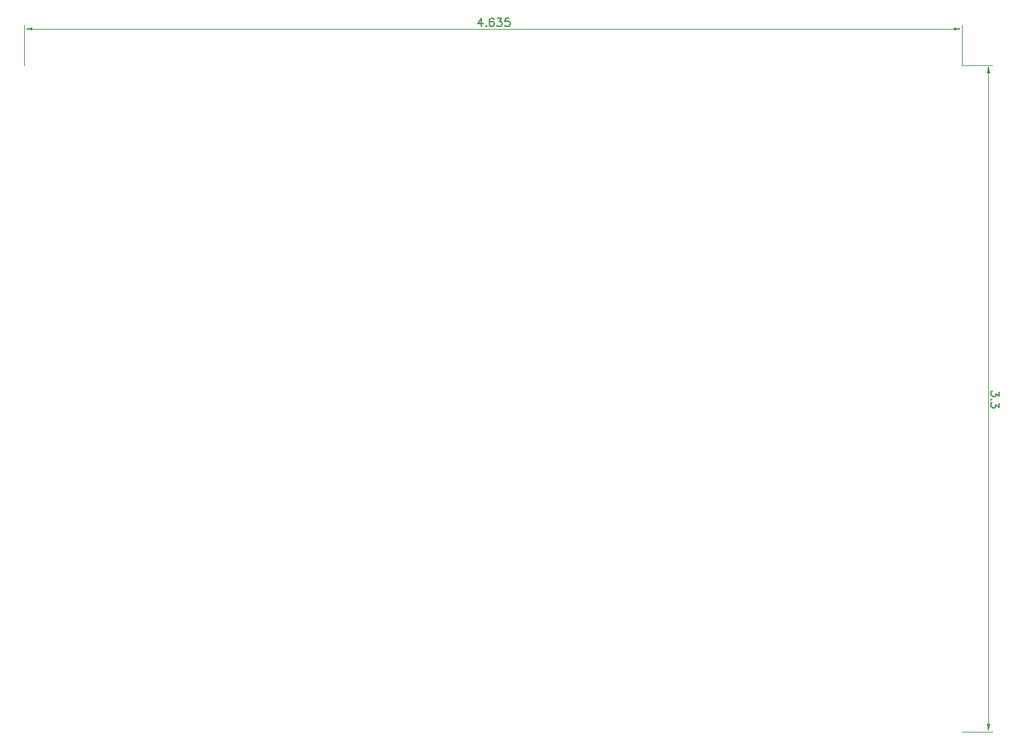
<source format=gbr>
%TF.GenerationSoftware,Novarm,DipTrace,3.3.0.1*%
%TF.CreationDate,2018-11-14T10:20:19-08:00*%
%FSLAX26Y26*%
%MOIN*%
%TF.FileFunction,Drawing,Top*%
%TF.Part,Single*%
%ADD13C,0.001378*%
%ADD144C,0.006176*%
G75*
G01*
%LPD*%
X393700Y3693700D2*
D13*
Y3894634D1*
X5028700Y3693700D2*
Y3894634D1*
X2711200Y3874949D2*
X433070D1*
G36*
X393700D2*
X433070Y3882823D1*
Y3867075D1*
X393700Y3874949D1*
G37*
X2711200D2*
D13*
X4989330D1*
G36*
X5028700D2*
X4989330Y3867075D1*
Y3882823D1*
X5028700Y3874949D1*
G37*
Y3693700D2*
D13*
X5179634D1*
X5028700Y393700D2*
X5179634D1*
X5159949Y2043700D2*
Y3654330D1*
G36*
Y3693700D2*
X5167823Y3654330D1*
X5152075D1*
X5159949Y3693700D1*
G37*
Y2043700D2*
D13*
Y433070D1*
G36*
Y393700D2*
X5152075Y433070D1*
X5167823D1*
X5159949Y393700D1*
G37*
X2653240Y3887160D2*
D144*
Y3927308D1*
X2634094Y3900557D1*
X2662790D1*
X2677043Y3891007D2*
X2675142Y3889061D1*
X2677043Y3887160D1*
X2678989Y3889061D1*
X2677043Y3891007D1*
X2714288Y3921604D2*
X2712387Y3925407D1*
X2706639Y3927308D1*
X2702836D1*
X2697088Y3925407D1*
X2693241Y3919659D1*
X2691340Y3910108D1*
Y3900557D1*
X2693241Y3892908D1*
X2697088Y3889061D1*
X2702836Y3887160D1*
X2704737D1*
X2710441Y3889061D1*
X2714288Y3892908D1*
X2716189Y3898656D1*
Y3900557D1*
X2714288Y3906305D1*
X2710441Y3910108D1*
X2704737Y3912009D1*
X2702836D1*
X2697088Y3910108D1*
X2693241Y3906305D1*
X2691340Y3900557D1*
X2732387Y3927308D2*
X2753390D1*
X2741938Y3912009D1*
X2747686D1*
X2751488Y3910108D1*
X2753390Y3908207D1*
X2755335Y3902459D1*
Y3898656D1*
X2753390Y3892908D1*
X2749587Y3889061D1*
X2743839Y3887160D1*
X2738091D1*
X2732387Y3889061D1*
X2730486Y3891007D1*
X2728541Y3894809D1*
X2790634Y3927308D2*
X2771533D1*
X2769632Y3910108D1*
X2771533Y3912009D1*
X2777281Y3913955D1*
X2782985D1*
X2788733Y3912009D1*
X2792580Y3908207D1*
X2794481Y3902459D1*
Y3898656D1*
X2792580Y3892908D1*
X2788733Y3889061D1*
X2782985Y3887160D1*
X2777281D1*
X2771533Y3889061D1*
X2769632Y3891007D1*
X2767687Y3894809D1*
X5212308Y2077835D2*
Y2056832D1*
X5197009Y2068284D1*
Y2062536D1*
X5195108Y2058734D1*
X5193207Y2056832D1*
X5187459Y2054887D1*
X5183656D1*
X5177908Y2056832D1*
X5174061Y2060635D1*
X5172160Y2066383D1*
Y2072131D1*
X5174061Y2077835D1*
X5176007Y2079736D1*
X5179809Y2081682D1*
X5176007Y2040634D2*
X5174061Y2042536D1*
X5172160Y2040634D1*
X5174061Y2038689D1*
X5176007Y2040634D1*
X5212308Y2022491D2*
Y2001488D1*
X5197009Y2012940D1*
Y2007192D1*
X5195108Y2003389D1*
X5193207Y2001488D1*
X5187459Y1999543D1*
X5183656D1*
X5177908Y2001488D1*
X5174061Y2005291D1*
X5172160Y2011039D1*
Y2016787D1*
X5174061Y2022491D1*
X5176007Y2024392D1*
X5179809Y2026337D1*
M02*

</source>
